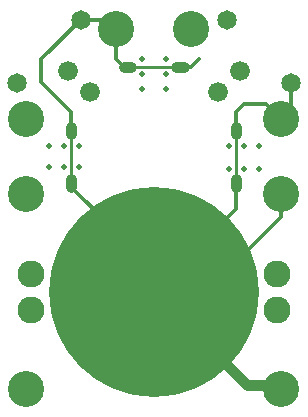
<source format=gtl>
G04 #@! TF.FileFunction,Copper,L1,Top,Signal*
%FSLAX46Y46*%
G04 Gerber Fmt 4.6, Leading zero omitted, Abs format (unit mm)*
G04 Created by KiCad (PCBNEW (2015-08-15 BZR 6092)-product) date 3/22/2016 8:17:34 PM*
%MOMM*%
G01*
G04 APERTURE LIST*
%ADD10C,0.150000*%
%ADD11C,1.651000*%
%ADD12C,1.676400*%
%ADD13C,3.048000*%
%ADD14C,0.508000*%
%ADD15C,2.286000*%
%ADD16C,17.780000*%
%ADD17C,0.304800*%
%ADD18C,0.254000*%
%ADD19C,0.914400*%
%ADD20C,0.609600*%
G04 APERTURE END LIST*
D10*
D11*
X136044077Y-109065923D03*
X130655923Y-114454077D03*
X153824077Y-114454077D03*
X148435923Y-109065923D03*
D12*
X147691974Y-115198026D03*
X149488026Y-113401974D03*
D13*
X139065000Y-109855000D03*
X131445000Y-117475000D03*
D12*
X136788026Y-115198026D03*
X134991974Y-113401974D03*
D14*
X141224000Y-113665000D03*
X141224000Y-114935000D03*
X141224000Y-112395000D03*
X134620000Y-119761000D03*
X135890000Y-119761000D03*
X133350000Y-119761000D03*
X143256000Y-113665000D03*
X143256000Y-112395000D03*
X143256000Y-114935000D03*
D15*
X131826000Y-133604000D03*
X152654000Y-133604000D03*
X131826000Y-130556000D03*
X152654000Y-130556000D03*
D16*
X142240000Y-132080000D03*
D13*
X153035000Y-123825000D03*
X153035000Y-140335000D03*
X131445000Y-123825000D03*
X131445000Y-140335000D03*
D14*
X134620000Y-121539000D03*
X133350000Y-121539000D03*
X135890000Y-121539000D03*
X149860000Y-121666000D03*
X151130000Y-121666000D03*
X148590000Y-121666000D03*
X149860000Y-119761000D03*
X151130000Y-119761000D03*
X148590000Y-119761000D03*
D13*
X145415000Y-109855000D03*
X153035000Y-117475000D03*
D17*
X153035000Y-123825000D02*
X153035000Y-125730000D01*
X146685000Y-132080000D02*
X142240000Y-132080000D01*
X153035000Y-125730000D02*
X146685000Y-132080000D01*
X149225000Y-116840000D02*
X149860000Y-116205000D01*
D18*
X149225000Y-122555000D02*
X149225000Y-118745000D01*
D17*
X149225000Y-116840000D02*
X149225000Y-118110000D01*
D19*
X149225000Y-118745000D02*
X149225000Y-118110000D01*
X149225000Y-123190000D02*
X149225000Y-122555000D01*
D17*
X142240000Y-132080000D02*
X149225000Y-125095000D01*
X149225000Y-123190000D02*
X149225000Y-125095000D01*
X151765000Y-116205000D02*
X153035000Y-117475000D01*
X149860000Y-116205000D02*
X151765000Y-116205000D01*
X153824077Y-114454077D02*
X153824077Y-116685923D01*
X153824077Y-116685923D02*
X153035000Y-117475000D01*
X144780000Y-113030000D02*
X145415000Y-113030000D01*
D18*
X144145000Y-113030000D02*
X140335000Y-113030000D01*
D17*
X139065000Y-109855000D02*
X139065000Y-112395000D01*
X139065000Y-112395000D02*
X139700000Y-113030000D01*
D19*
X140335000Y-113030000D02*
X139700000Y-113030000D01*
X144780000Y-113030000D02*
X144145000Y-113030000D01*
D17*
X145415000Y-113030000D02*
X146050000Y-112395000D01*
X136044077Y-109065923D02*
X138275923Y-109065923D01*
X138275923Y-109065923D02*
X139065000Y-109855000D01*
X135255000Y-118110000D02*
X135255000Y-116840000D01*
X135255000Y-116840000D02*
X132715000Y-114300000D01*
X132715000Y-114300000D02*
X132715000Y-112395000D01*
X132715000Y-112395000D02*
X136044077Y-109065923D01*
D19*
X135255000Y-118110000D02*
X135255000Y-118745000D01*
X135255000Y-122555000D02*
X135255000Y-123190000D01*
D17*
X142240000Y-130175000D02*
X135255000Y-123190000D01*
X142240000Y-132080000D02*
X142240000Y-130175000D01*
D18*
X135255000Y-118745000D02*
X135255000Y-122555000D01*
D20*
X136525000Y-137795000D02*
X135255000Y-134874000D01*
X137795000Y-132080000D02*
X142240000Y-132080000D01*
X135255000Y-134874000D02*
X137795000Y-132080000D01*
D19*
X152654000Y-139954000D02*
X150114000Y-139954000D01*
X150114000Y-139954000D02*
X142240000Y-132080000D01*
D20*
X142240000Y-132080000D02*
X147320000Y-132080000D01*
M02*

</source>
